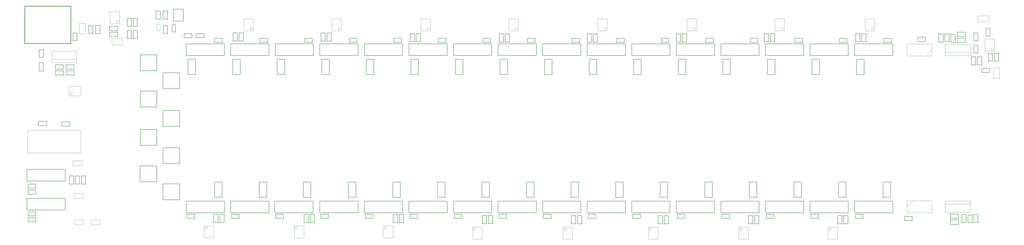
<source format=gbr>
G04*
G04 #@! TF.GenerationSoftware,Altium Limited,Altium Designer,24.1.2 (44)*
G04*
G04 Layer_Color=16711935*
%FSLAX25Y25*%
%MOIN*%
G70*
G04*
G04 #@! TF.SameCoordinates,29FF4F4E-3C6D-470F-9DA1-2895E510F6E9*
G04*
G04*
G04 #@! TF.FilePolarity,Positive*
G04*
G01*
G75*
%ADD12C,0.00394*%
%ADD14C,0.00787*%
%ADD15C,0.01000*%
D12*
X916929Y568504D02*
G03*
X916929Y568504I-1969J0D01*
G01*
X2157087Y346850D02*
G03*
X2157087Y346850I-1969J0D01*
G01*
X2422539Y641870D02*
G03*
X2422539Y641870I-1969J0D01*
G01*
X992520Y686614D02*
G03*
X992520Y686614I-1969J0D01*
G01*
X1211024Y674803D02*
G03*
X1211024Y674803I-1969J0D01*
G01*
X1354724D02*
G03*
X1354724Y674803I-1969J0D01*
G01*
X1500394D02*
G03*
X1500394Y674803I-1969J0D01*
G01*
X1644094D02*
G03*
X1644094Y674803I-1969J0D01*
G01*
X1935433D02*
G03*
X1935433Y674803I-1969J0D01*
G01*
X1789764D02*
G03*
X1789764Y674803I-1969J0D01*
G01*
X2079134D02*
G03*
X2079134Y674803I-1969J0D01*
G01*
X2226772D02*
G03*
X2226772Y674803I-1969J0D01*
G01*
X1137402Y348819D02*
G03*
X1137402Y348819I-1969J0D01*
G01*
X1285039D02*
G03*
X1285039Y348819I-1969J0D01*
G01*
X1430709D02*
G03*
X1430709Y348819I-1969J0D01*
G01*
X1576378Y346850D02*
G03*
X1576378Y346850I-1969J0D01*
G01*
X1724016D02*
G03*
X1724016Y346850I-1969J0D01*
G01*
X1863779D02*
G03*
X1863779Y346850I-1969J0D01*
G01*
X2011417D02*
G03*
X2011417Y346850I-1969J0D01*
G01*
X931102Y564961D02*
Y580709D01*
X911417Y564961D02*
Y580709D01*
X931102D01*
X911417Y564961D02*
X931102D01*
X919665Y397559D02*
X934665D01*
X919665D02*
Y405590D01*
X934665D01*
Y397559D02*
Y405590D01*
X917697Y450709D02*
X932697D01*
X917697D02*
Y458740D01*
X932697D01*
Y450709D02*
Y458740D01*
X919665Y362283D02*
X934665D01*
Y354252D02*
Y362283D01*
X919665Y354252D02*
X934665D01*
X919665D02*
Y362283D01*
X947224D02*
X962224D01*
Y354252D02*
Y362283D01*
X947224Y354252D02*
X962224D01*
X947224D02*
Y362283D01*
X2397008Y696063D02*
X2414016D01*
X2397008Y685827D02*
X2414016D01*
Y696063D01*
X2397008Y685827D02*
Y696063D01*
X2151575Y330709D02*
X2167323D01*
X2151575Y350394D02*
X2167323D01*
Y330709D02*
Y350394D01*
X2151575Y330709D02*
Y350394D01*
X883465Y624764D02*
X923622D01*
X883465Y619449D02*
Y637953D01*
X923622Y619449D02*
Y637953D01*
X883465Y619449D02*
X923622D01*
X883465Y637953D02*
X923622D01*
X2281083Y393386D02*
X2321594D01*
Y373898D02*
Y393386D01*
X2281083Y373898D02*
X2321594D01*
X2281083D02*
Y393386D01*
Y383386D02*
X2291083Y393386D01*
X2281083Y630236D02*
X2321594D01*
X2281083D02*
Y649724D01*
X2321594D01*
Y630236D02*
Y649724D01*
X2311595Y630236D02*
X2321594Y640236D01*
X938189Y666693D02*
Y683701D01*
X927953Y666693D02*
Y683701D01*
Y666693D02*
X938189D01*
X927953Y683701D02*
X938189D01*
X1054035Y671850D02*
Y682480D01*
X1060138Y671850D02*
Y682480D01*
X1054035Y671850D02*
X1060138D01*
X1054035Y682480D02*
X1060138D01*
X843583Y471654D02*
X930197D01*
X843583D02*
Y509055D01*
X930197D01*
Y471654D02*
Y509055D01*
X2408366Y658012D02*
X2424114D01*
X2408366Y638327D02*
X2424114D01*
X2408366D02*
Y658012D01*
X2424114Y638327D02*
Y658012D01*
X2343268Y393110D02*
X2385394D01*
X2343268Y374606D02*
X2385394D01*
X2343268D02*
Y393110D01*
X2385394Y374606D02*
Y393110D01*
X2343268Y387992D02*
X2385394D01*
X2422047Y593858D02*
Y610866D01*
X2432284Y593858D02*
Y610866D01*
X2422047D02*
X2432284D01*
X2422047Y593858D02*
X2432284D01*
X978347Y702756D02*
X994094D01*
X978347Y683071D02*
X994094D01*
X978347D02*
Y702756D01*
X994094Y683071D02*
Y702756D01*
X981653Y658661D02*
X998661D01*
X981653Y648425D02*
X998661D01*
Y658661D01*
X981653Y648425D02*
Y658661D01*
X2343268Y630512D02*
X2385394D01*
X2343268Y649016D02*
X2385394D01*
Y630512D02*
Y649016D01*
X2343268Y630512D02*
Y649016D01*
Y635630D02*
X2385394D01*
X1196850Y690945D02*
X1212598D01*
X1196850Y671260D02*
X1212598D01*
X1196850D02*
Y690945D01*
X1212598Y671260D02*
Y690945D01*
X1340551D02*
X1356299D01*
X1340551Y671260D02*
X1356299D01*
X1340551D02*
Y690945D01*
X1356299Y671260D02*
Y690945D01*
X1486220D02*
X1501968D01*
X1486220Y671260D02*
X1501968D01*
X1486220D02*
Y690945D01*
X1501968Y671260D02*
Y690945D01*
X1629921D02*
X1645669D01*
X1629921Y671260D02*
X1645669D01*
X1629921D02*
Y690945D01*
X1645669Y671260D02*
Y690945D01*
X1921260D02*
X1937008D01*
X1921260Y671260D02*
X1937008D01*
X1921260D02*
Y690945D01*
X1937008Y671260D02*
Y690945D01*
X1775591D02*
X1791339D01*
X1775591Y671260D02*
X1791339D01*
X1775591D02*
Y690945D01*
X1791339Y671260D02*
Y690945D01*
X2064961D02*
X2080709D01*
X2064961Y671260D02*
X2080709D01*
X2064961D02*
Y690945D01*
X2080709Y671260D02*
Y690945D01*
X2212598D02*
X2228346D01*
X2212598Y671260D02*
X2228346D01*
X2212598D02*
Y690945D01*
X2228346Y671260D02*
Y690945D01*
X1131890Y332677D02*
X1147638D01*
X1131890Y352362D02*
X1147638D01*
Y332677D02*
Y352362D01*
X1131890Y332677D02*
Y352362D01*
X1279527Y332677D02*
X1295276D01*
X1279527Y352362D02*
X1295276D01*
Y332677D02*
Y352362D01*
X1279527Y332677D02*
Y352362D01*
X1425197Y332677D02*
X1440945D01*
X1425197Y352362D02*
X1440945D01*
Y332677D02*
Y352362D01*
X1425197Y332677D02*
Y352362D01*
X1570866Y330709D02*
X1586614D01*
X1570866Y350394D02*
X1586614D01*
Y330709D02*
Y350394D01*
X1570866Y330709D02*
Y350394D01*
X1718504Y330709D02*
X1734252D01*
X1718504Y350394D02*
X1734252D01*
Y330709D02*
Y350394D01*
X1718504Y330709D02*
Y350394D01*
X1858268Y330709D02*
X1874016D01*
X1858268Y350394D02*
X1874016D01*
Y330709D02*
Y350394D01*
X1858268Y330709D02*
Y350394D01*
X2005906Y330709D02*
X2021654D01*
X2005906Y350394D02*
X2021654D01*
Y330709D02*
Y350394D01*
X2005906Y330709D02*
Y350394D01*
D14*
X1065079Y394921D02*
X1092244D01*
X1065079D02*
Y420905D01*
X1092244D01*
Y394921D02*
Y420905D01*
X1119291Y660039D02*
X1131890D01*
X1119291D02*
Y666732D01*
X1131890D01*
Y660039D02*
Y666732D01*
X1099606Y660039D02*
X1112205D01*
X1099606D02*
Y666732D01*
X1112205D01*
Y660039D02*
Y666732D01*
X913071Y515276D02*
Y522362D01*
X899685D02*
X913071D01*
X899685Y515276D02*
Y522362D01*
Y515276D02*
X913071D01*
X861417Y516142D02*
Y523228D01*
Y516142D02*
X874803D01*
Y523228D01*
X861417D02*
X874803D01*
X2403150Y602953D02*
Y609646D01*
Y602953D02*
X2415748D01*
Y609646D01*
X2403150D02*
X2415748D01*
X2390158Y370866D02*
X2397244D01*
X2390158Y357480D02*
Y370866D01*
Y357480D02*
X2397244D01*
Y370866D01*
X888976Y608661D02*
Y615748D01*
Y608661D02*
X902362D01*
Y615748D01*
X888976D02*
X902362D01*
X1065079Y576555D02*
X1092244D01*
X1065079D02*
Y602539D01*
X1092244D01*
Y576555D02*
Y602539D01*
X1027835Y546496D02*
X1055000D01*
X1027835D02*
Y572480D01*
X1055000D01*
Y546496D02*
Y572480D01*
X1065079Y515000D02*
X1092244D01*
X1065079D02*
Y540984D01*
X1092244D01*
Y515000D02*
Y540984D01*
X1027835Y484035D02*
X1055000D01*
X1027835D02*
Y510020D01*
X1055000D01*
Y484035D02*
Y510020D01*
X1065079Y453976D02*
X1092244D01*
X1065079D02*
Y479961D01*
X1092244D01*
Y453976D02*
Y479961D01*
X1027677Y424449D02*
X1054842D01*
X1027677D02*
Y450433D01*
X1054842D01*
Y424449D02*
Y450433D01*
X1027835Y606083D02*
X1055000D01*
X1027835D02*
Y632067D01*
X1055000D01*
Y606083D02*
Y632067D01*
X2168996Y423917D02*
X2181398D01*
X2168996Y398917D02*
Y423917D01*
Y398917D02*
X2181398D01*
Y423917D01*
X2122539Y373799D02*
X2185020D01*
Y392776D01*
X2122539D02*
X2185020D01*
X2122539Y373799D02*
Y392776D01*
X2124016Y364764D02*
Y371457D01*
Y364764D02*
X2136614D01*
Y371457D01*
X2124016D02*
X2136614D01*
X2241831Y423917D02*
X2254232D01*
X2241831Y398917D02*
Y423917D01*
Y398917D02*
X2254232D01*
Y423917D01*
X2195374Y373799D02*
X2257854D01*
Y392776D01*
X2195374D02*
X2257854D01*
X2195374Y373799D02*
Y392776D01*
X2196850Y364764D02*
Y371457D01*
Y364764D02*
X2209449D01*
Y371457D01*
X2196850D02*
X2209449D01*
X2177559Y368898D02*
X2184646D01*
X2177559Y355512D02*
Y368898D01*
Y355512D02*
X2184646D01*
Y368898D01*
X2167716D02*
X2174803D01*
X2167716Y355512D02*
Y368898D01*
Y355512D02*
X2174803D01*
Y368898D01*
X1659154Y424117D02*
X1671555D01*
X1659154Y399117D02*
Y424117D01*
Y399117D02*
X1671555D01*
Y424117D01*
X1614173Y364764D02*
Y371457D01*
Y364764D02*
X1626772D01*
Y371457D01*
X1614173D02*
X1626772D01*
X1612697Y373799D02*
X1675177D01*
Y392776D01*
X1612697D02*
X1675177D01*
X1612697Y373799D02*
Y392776D01*
X1539862Y373799D02*
X1602342D01*
Y392776D01*
X1539862D02*
X1602342D01*
X1539862Y373799D02*
Y392776D01*
X1586319Y423917D02*
X1598720D01*
X1586319Y398917D02*
Y423917D01*
Y398917D02*
X1598720D01*
Y423917D01*
X1541339Y364764D02*
Y371457D01*
Y364764D02*
X1553937D01*
Y371457D01*
X1541339D02*
X1553937D01*
X2049705Y649823D02*
X2112185D01*
X2049705Y630847D02*
Y649823D01*
Y630847D02*
X2112185D01*
Y649823D01*
X2195374D02*
X2257854D01*
X2195374Y630847D02*
Y649823D01*
Y630847D02*
X2257854D01*
Y649823D01*
X1976870Y373799D02*
X2039350D01*
Y392776D01*
X1976870D02*
X2039350D01*
X1976870Y373799D02*
Y392776D01*
X2049705Y373799D02*
X2112185D01*
Y392776D01*
X2049705D02*
X2112185D01*
X2049705Y373799D02*
Y392776D01*
X1831201Y373799D02*
X1893681D01*
Y392776D01*
X1831201D02*
X1893681D01*
X1831201Y373799D02*
Y392776D01*
X1904035Y373799D02*
X1966516D01*
Y392776D01*
X1904035D02*
X1966516D01*
X1904035Y373799D02*
Y392776D01*
X1685531Y373799D02*
X1748012D01*
Y392776D01*
X1685531D02*
X1748012D01*
X1685531Y373799D02*
Y392776D01*
X1758366Y373799D02*
X1820846D01*
Y392776D01*
X1758366D02*
X1820846D01*
X1758366Y373799D02*
Y392776D01*
X1394193Y373799D02*
X1456673D01*
Y392776D01*
X1394193D02*
X1456673D01*
X1394193Y373799D02*
Y392776D01*
X1467028Y373799D02*
X1529508D01*
Y392776D01*
X1467028D02*
X1529508D01*
X1467028Y373799D02*
Y392776D01*
X1247736Y373799D02*
X1310217D01*
Y392776D01*
X1247736D02*
X1310217D01*
X1247736Y373799D02*
Y392776D01*
X1321358Y373799D02*
X1383839D01*
Y392776D01*
X1321358D02*
X1383839D01*
X1321358Y373799D02*
Y392776D01*
X1102854Y373799D02*
X1165335D01*
Y392776D01*
X1102854D02*
X1165335D01*
X1102854Y373799D02*
Y392776D01*
X1175689Y373799D02*
X1238169D01*
Y392776D01*
X1175689D02*
X1238169D01*
X1175689Y373799D02*
Y392776D01*
X2122539Y649823D02*
X2185020D01*
X2122539Y630847D02*
Y649823D01*
Y630847D02*
X2185020D01*
Y649823D01*
X1976870D02*
X2039350D01*
X1976870Y630847D02*
Y649823D01*
Y630847D02*
X2039350D01*
Y649823D01*
X1758366D02*
X1820847D01*
X1758366Y630847D02*
Y649823D01*
Y630847D02*
X1820847D01*
Y649823D01*
X1685531D02*
X1748012D01*
X1685531Y630847D02*
Y649823D01*
Y630847D02*
X1748012D01*
Y649823D01*
X1904035D02*
X1966516D01*
X1904035Y630847D02*
Y649823D01*
Y630847D02*
X1966516D01*
Y649823D01*
X1831201D02*
X1893681D01*
X1831201Y630847D02*
Y649823D01*
Y630847D02*
X1893681D01*
Y649823D01*
X1612697D02*
X1675177D01*
X1612697Y630847D02*
Y649823D01*
Y630847D02*
X1675177D01*
Y649823D01*
X1539862D02*
X1602342D01*
X1539862Y630847D02*
Y649823D01*
Y630847D02*
X1602342D01*
Y649823D01*
X1467027D02*
X1529508D01*
X1467027Y630847D02*
Y649823D01*
Y630847D02*
X1529508D01*
Y649823D01*
X1394193D02*
X1456673D01*
X1394193Y630847D02*
Y649823D01*
Y630847D02*
X1456673D01*
Y649823D01*
X842776Y425551D02*
X905256D01*
Y444528D01*
X842776D02*
X905256D01*
X842776Y425551D02*
Y444528D01*
Y378307D02*
X905256D01*
Y397284D01*
X842776D02*
X905256D01*
X842776Y378307D02*
Y397284D01*
X1321358Y649823D02*
X1383839D01*
X1321358Y630847D02*
Y649823D01*
Y630847D02*
X1383839D01*
Y649823D01*
X1248524Y649823D02*
X1311004D01*
X1248524Y630847D02*
Y649823D01*
Y630847D02*
X1311004D01*
Y649823D01*
X1175689Y649823D02*
X1238169D01*
X1175689Y630847D02*
Y649823D01*
Y630847D02*
X1238169D01*
Y649823D01*
X1102854D02*
X1165335D01*
X1102854Y630847D02*
Y649823D01*
Y630847D02*
X1165335D01*
Y649823D01*
X888976Y598819D02*
Y605905D01*
Y598819D02*
X902362D01*
Y605905D01*
X888976D02*
X902362D01*
X920079Y598819D02*
Y605905D01*
X906693D02*
X920079D01*
X906693Y598819D02*
Y605905D01*
Y598819D02*
X920079D01*
Y608661D02*
Y615748D01*
X906693D02*
X920079D01*
X906693Y608661D02*
Y615748D01*
Y608661D02*
X920079D01*
X857087Y358858D02*
Y365551D01*
X844488D02*
X857087D01*
X844488Y358858D02*
Y365551D01*
Y358858D02*
X857087D01*
Y404134D02*
Y410827D01*
X844488D02*
X857087D01*
X844488Y404134D02*
Y410827D01*
Y404134D02*
X857087D01*
Y368701D02*
Y375394D01*
X844488D02*
X857087D01*
X844488Y368701D02*
Y375394D01*
Y368701D02*
X857087D01*
Y413976D02*
Y420669D01*
X844488D02*
X857087D01*
X844488Y413976D02*
Y420669D01*
Y413976D02*
X857087D01*
X931496Y420472D02*
X938583D01*
Y433858D01*
X931496D02*
X938583D01*
X931496Y420472D02*
Y433858D01*
X921653Y420472D02*
X928740D01*
Y433858D01*
X921653D02*
X928740D01*
X921653Y420472D02*
Y433858D01*
X911811Y420472D02*
X918898D01*
Y433858D01*
X911811D02*
X918898D01*
X911811Y420472D02*
Y433858D01*
X2277165Y360827D02*
Y367520D01*
Y360827D02*
X2289764D01*
Y367520D01*
X2277165D02*
X2289764D01*
X2298819Y654134D02*
Y660827D01*
Y654134D02*
X2311417D01*
Y660827D01*
X2298819D02*
X2311417D01*
X917913Y667717D02*
X924606D01*
X917913Y655118D02*
Y667717D01*
Y655118D02*
X924606D01*
Y667717D01*
X943504Y679528D02*
X950197D01*
X943504Y666929D02*
Y679528D01*
Y666929D02*
X950197D01*
Y679528D01*
X1053543Y690158D02*
X1060630D01*
Y703543D01*
X1053543D02*
X1060630D01*
X1053543Y690158D02*
Y703543D01*
X1065354Y690158D02*
X1072441D01*
Y703543D01*
X1065354D02*
X1072441D01*
X1065354Y690158D02*
Y703543D01*
X955118Y666535D02*
X962205D01*
Y679921D01*
X955118D02*
X962205D01*
X955118Y666535D02*
Y679921D01*
X1065551Y679528D02*
X1072244D01*
X1065551Y666929D02*
Y679528D01*
Y666929D02*
X1072244D01*
Y679528D01*
X1085433Y669213D02*
Y681181D01*
X1079921D02*
X1085433D01*
X1079921Y669213D02*
Y681181D01*
Y669213D02*
X1085433D01*
X1098386Y687008D02*
Y706693D01*
X1082716D02*
X1098386D01*
X1082716Y687008D02*
Y706693D01*
Y687008D02*
X1098386D01*
X2380512Y370079D02*
X2387205D01*
X2380512Y357480D02*
Y370079D01*
Y357480D02*
X2387205D01*
Y370079D01*
X2423819Y634252D02*
X2430512D01*
X2423819Y621654D02*
Y634252D01*
Y621654D02*
X2430512D01*
Y634252D01*
X2351969Y354724D02*
Y361811D01*
Y354724D02*
X2365354D01*
Y361811D01*
X2351969D02*
X2365354D01*
X2351969Y364567D02*
Y371654D01*
Y364567D02*
X2365354D01*
Y371654D01*
X2351969D02*
X2365354D01*
X2370472Y370866D02*
X2377559D01*
X2370472Y357480D02*
Y370866D01*
Y357480D02*
X2377559D01*
Y370866D01*
X2413976Y621654D02*
X2420669D01*
Y634252D01*
X2413976D02*
X2420669D01*
X2413976Y621654D02*
Y634252D01*
X1006496Y671654D02*
X1013189D01*
X1006496Y659055D02*
Y671654D01*
Y659055D02*
X1013189D01*
Y671654D01*
X2386221Y628740D02*
X2393307D01*
X2386221Y615354D02*
Y628740D01*
Y615354D02*
X2393307D01*
Y628740D01*
X2396063D02*
X2403150D01*
X2396063Y615354D02*
Y628740D01*
Y615354D02*
X2403150D01*
Y628740D01*
X1016142Y658661D02*
X1023228D01*
Y672047D01*
X1016142D02*
X1023228D01*
X1016142Y658661D02*
Y672047D01*
X977559Y671654D02*
Y678740D01*
Y671654D02*
X990945D01*
Y678740D01*
X977559D02*
X990945D01*
X977559Y661811D02*
Y668898D01*
Y661811D02*
X990945D01*
Y668898D01*
X977559D02*
X990945D01*
X1006496Y691339D02*
X1013189D01*
X1006496Y678740D02*
Y691339D01*
Y678740D02*
X1013189D01*
Y691339D01*
X1016339Y678740D02*
X1023032D01*
Y691339D01*
X1016339D02*
X1023032D01*
X1016339Y678740D02*
Y691339D01*
X2333071Y652756D02*
X2340158D01*
Y666142D01*
X2333071D02*
X2340158D01*
X2333071Y652756D02*
Y666142D01*
X862598Y627165D02*
X869685D01*
Y640551D01*
X862598D02*
X869685D01*
X862598Y627165D02*
Y640551D01*
X2343110Y653543D02*
X2349803D01*
Y666142D01*
X2343110D02*
X2349803D01*
X2343110Y653543D02*
Y666142D01*
X2410039Y662598D02*
X2416732D01*
Y675197D01*
X2410039D02*
X2416732D01*
X2410039Y662598D02*
Y675197D01*
X2376772Y661811D02*
Y668898D01*
X2363386D02*
X2376772D01*
X2363386Y661811D02*
Y668898D01*
Y661811D02*
X2376772D01*
Y651968D02*
Y659055D01*
X2363386D02*
X2376772D01*
X2363386Y651968D02*
Y659055D01*
Y651968D02*
X2376772D01*
X862598Y618898D02*
X869685D01*
X862598Y605512D02*
Y618898D01*
Y605512D02*
X869685D01*
Y618898D01*
X2352756Y652362D02*
X2359842D01*
Y665748D01*
X2352756D02*
X2359842D01*
X2352756Y652362D02*
Y665748D01*
X2390354Y648032D02*
X2397047D01*
X2390354Y635433D02*
Y648032D01*
Y635433D02*
X2397047D01*
Y648032D01*
X2390354Y667717D02*
X2397047D01*
X2390354Y655118D02*
Y667717D01*
Y655118D02*
X2397047D01*
Y667717D01*
X1161811Y652165D02*
Y658858D01*
X1149213D02*
X1161811D01*
X1149213Y652165D02*
Y658858D01*
Y652165D02*
X1161811D01*
X1236220D02*
Y658858D01*
X1223622D02*
X1236220D01*
X1223622Y652165D02*
Y658858D01*
Y652165D02*
X1236220D01*
X1189370Y654724D02*
X1196457D01*
Y668110D01*
X1189370D02*
X1196457D01*
X1189370Y654724D02*
Y668110D01*
X1179528Y654724D02*
X1186614D01*
Y668110D01*
X1179528D02*
X1186614D01*
X1179528Y654724D02*
Y668110D01*
X1309055Y652165D02*
Y658858D01*
X1296457D02*
X1309055D01*
X1296457Y652165D02*
Y658858D01*
Y652165D02*
X1309055D01*
X1381890Y652165D02*
Y658858D01*
X1369291D02*
X1381890D01*
X1369291Y652165D02*
Y658858D01*
Y652165D02*
X1381890D01*
X1333071Y654331D02*
X1340158D01*
Y667717D01*
X1333071D02*
X1340158D01*
X1333071Y654331D02*
Y667717D01*
X1323228Y654331D02*
X1330315D01*
Y667717D01*
X1323228D02*
X1330315D01*
X1323228Y654331D02*
Y667717D01*
X1106004Y599705D02*
X1118406D01*
Y624705D01*
X1106004D02*
X1118406D01*
X1106004Y599705D02*
Y624705D01*
X1178839Y599705D02*
X1191240D01*
Y624705D01*
X1178839D02*
X1191240D01*
X1178839Y599705D02*
Y624705D01*
X1251673Y599705D02*
X1264075D01*
Y624705D01*
X1251673D02*
X1264075D01*
X1251673Y599705D02*
Y624705D01*
X1324508Y599705D02*
X1336909D01*
Y624705D01*
X1324508D02*
X1336909D01*
X1324508Y599705D02*
Y624705D01*
X1454724Y652165D02*
Y658858D01*
X1442126D02*
X1454724D01*
X1442126Y652165D02*
Y658858D01*
Y652165D02*
X1454724D01*
X1527559D02*
Y658858D01*
X1514961D02*
X1527559D01*
X1514961Y652165D02*
Y658858D01*
Y652165D02*
X1527559D01*
X1478740Y653150D02*
X1485827D01*
Y666535D01*
X1478740D02*
X1485827D01*
X1478740Y653150D02*
Y666535D01*
X1468898Y653150D02*
X1475984D01*
Y666535D01*
X1468898D02*
X1475984D01*
X1468898Y653150D02*
Y666535D01*
X1600394Y652165D02*
Y658858D01*
X1587795D02*
X1600394D01*
X1587795Y652165D02*
Y658858D01*
Y652165D02*
X1600394D01*
X1673228D02*
Y658858D01*
X1660630D02*
X1673228D01*
X1660630Y652165D02*
Y658858D01*
Y652165D02*
X1673228D01*
X1614567Y652756D02*
X1621654D01*
Y666142D01*
X1614567D02*
X1621654D01*
X1614567Y652756D02*
Y666142D01*
X1624409Y652756D02*
X1631496D01*
Y666142D01*
X1624409D02*
X1631496D01*
X1624409Y652756D02*
Y666142D01*
X1397342Y599705D02*
X1409744D01*
Y624705D01*
X1397342D02*
X1409744D01*
X1397342Y599705D02*
Y624705D01*
X1470177Y599705D02*
X1482579D01*
Y624705D01*
X1470177D02*
X1482579D01*
X1470177Y599705D02*
Y624705D01*
X1543012Y599705D02*
X1555413D01*
Y624705D01*
X1543012D02*
X1555413D01*
X1543012Y599705D02*
Y624705D01*
X1615846Y599705D02*
X1628248D01*
Y624705D01*
X1615846D02*
X1628248D01*
X1615846Y599705D02*
Y624705D01*
X1891732Y652165D02*
Y658858D01*
X1879134D02*
X1891732D01*
X1879134Y652165D02*
Y658858D01*
Y652165D02*
X1891732D01*
X1964567D02*
Y658858D01*
X1951969D02*
X1964567D01*
X1951969Y652165D02*
Y658858D01*
Y652165D02*
X1964567D01*
X1913779Y652756D02*
X1920866D01*
Y666142D01*
X1913779D02*
X1920866D01*
X1913779Y652756D02*
Y666142D01*
X1903937Y652756D02*
X1911024D01*
Y666142D01*
X1903937D02*
X1911024D01*
X1903937Y652756D02*
Y666142D01*
X1746063Y652165D02*
Y658858D01*
X1733465D02*
X1746063D01*
X1733465Y652165D02*
Y658858D01*
Y652165D02*
X1746063D01*
X1818898D02*
Y658858D01*
X1806299D02*
X1818898D01*
X1806299Y652165D02*
Y658858D01*
Y652165D02*
X1818898D01*
X1768110Y652756D02*
X1775197D01*
Y666142D01*
X1768110D02*
X1775197D01*
X1768110Y652756D02*
Y666142D01*
X1758268Y652756D02*
X1765354D01*
Y666142D01*
X1758268D02*
X1765354D01*
X1758268Y652756D02*
Y666142D01*
X1834350Y599705D02*
X1846752D01*
Y624705D01*
X1834350D02*
X1846752D01*
X1834350Y599705D02*
Y624705D01*
X1907185Y599705D02*
X1919587D01*
Y624705D01*
X1907185D02*
X1919587D01*
X1907185Y599705D02*
Y624705D01*
X1688681Y599705D02*
X1701083D01*
Y624705D01*
X1688681D02*
X1701083D01*
X1688681Y599705D02*
Y624705D01*
X1761516Y599705D02*
X1773917D01*
Y624705D01*
X1761516D02*
X1773917D01*
X1761516Y599705D02*
Y624705D01*
X2037402Y652165D02*
Y658858D01*
X2024803D02*
X2037402D01*
X2024803Y652165D02*
Y658858D01*
Y652165D02*
X2037402D01*
X2110236D02*
Y658858D01*
X2097638D02*
X2110236D01*
X2097638Y652165D02*
Y658858D01*
Y652165D02*
X2110236D01*
X2057480Y653150D02*
X2064567D01*
Y666535D01*
X2057480D02*
X2064567D01*
X2057480Y653150D02*
Y666535D01*
X2047638Y653150D02*
X2054724D01*
Y666535D01*
X2047638D02*
X2054724D01*
X2047638Y653150D02*
Y666535D01*
X2183071Y652165D02*
Y658858D01*
X2170473D02*
X2183071D01*
X2170473Y652165D02*
Y658858D01*
Y652165D02*
X2183071D01*
X2255906D02*
Y658858D01*
X2243307D02*
X2255906D01*
X2243307Y652165D02*
Y658858D01*
Y652165D02*
X2255906D01*
X2207087Y653150D02*
X2214173D01*
Y666535D01*
X2207087D02*
X2214173D01*
X2207087Y653150D02*
Y666535D01*
X2197244Y653150D02*
X2204331D01*
Y666535D01*
X2197244D02*
X2204331D01*
X2197244Y653150D02*
Y666535D01*
X1980020Y599705D02*
X1992421D01*
Y624705D01*
X1980020D02*
X1992421D01*
X1980020Y599705D02*
Y624705D01*
X2052854Y599705D02*
X2065256D01*
Y624705D01*
X2052854D02*
X2065256D01*
X2052854Y599705D02*
Y624705D01*
X2125689Y599705D02*
X2138091D01*
Y624705D01*
X2125689D02*
X2138091D01*
X2125689Y599705D02*
Y624705D01*
X2198524Y599705D02*
X2210925D01*
Y624705D01*
X2198524D02*
X2210925D01*
X2198524Y599705D02*
Y624705D01*
X1177165Y364764D02*
Y371457D01*
Y364764D02*
X1189764D01*
Y371457D01*
X1177165D02*
X1189764D01*
X1104331Y364764D02*
Y371457D01*
Y364764D02*
X1116929D01*
Y371457D01*
X1104331D02*
X1116929D01*
X1157874Y370866D02*
X1164961D01*
X1157874Y357480D02*
Y370866D01*
Y357480D02*
X1164961D01*
Y370866D01*
X1148032D02*
X1155118D01*
X1148032Y357480D02*
Y370866D01*
Y357480D02*
X1155118D01*
Y370866D01*
X1322835Y364764D02*
Y371457D01*
Y364764D02*
X1335433D01*
Y371457D01*
X1322835D02*
X1335433D01*
X1249213Y364764D02*
Y371457D01*
Y364764D02*
X1261811D01*
Y371457D01*
X1249213D02*
X1261811D01*
X1295669Y370866D02*
X1302756D01*
X1295669Y357480D02*
Y370866D01*
Y357480D02*
X1302756D01*
Y370866D01*
X1305512D02*
X1312598D01*
X1305512Y357480D02*
Y370866D01*
Y357480D02*
X1312598D01*
Y370866D01*
X1222146Y423917D02*
X1234547D01*
X1222146Y398917D02*
Y423917D01*
Y398917D02*
X1234547D01*
Y423917D01*
X1149311D02*
X1161713D01*
X1149311Y398917D02*
Y423917D01*
Y398917D02*
X1161713D01*
Y423917D01*
X1367815D02*
X1380217D01*
X1367815Y398917D02*
Y423917D01*
Y398917D02*
X1380217D01*
Y423917D01*
X1294193Y423917D02*
X1306594D01*
X1294193Y398917D02*
Y423917D01*
Y398917D02*
X1306594D01*
Y423917D01*
X1468504Y364764D02*
Y371457D01*
Y364764D02*
X1481102D01*
Y371457D01*
X1468504D02*
X1481102D01*
X1395669Y364764D02*
Y371457D01*
Y364764D02*
X1408268D01*
Y371457D01*
X1395669D02*
X1408268D01*
X1451181Y370866D02*
X1458268D01*
X1451181Y357480D02*
Y370866D01*
Y357480D02*
X1458268D01*
Y370866D01*
X1441339D02*
X1448425D01*
X1441339Y357480D02*
Y370866D01*
Y357480D02*
X1448425D01*
Y370866D01*
X1587008Y369291D02*
X1594094D01*
X1587008Y355906D02*
Y369291D01*
Y355906D02*
X1594094D01*
Y369291D01*
X1596850D02*
X1603937D01*
X1596850Y355906D02*
Y369291D01*
Y355906D02*
X1603937D01*
Y369291D01*
X1513484Y423917D02*
X1525886D01*
X1513484Y398917D02*
Y423917D01*
Y398917D02*
X1525886D01*
Y423917D01*
X1440650D02*
X1453051D01*
X1440650Y398917D02*
Y423917D01*
Y398917D02*
X1453051D01*
Y423917D01*
X1759842Y364764D02*
Y371457D01*
Y364764D02*
X1772441D01*
Y371457D01*
X1759842D02*
X1772441D01*
X1687008Y364764D02*
Y371457D01*
Y364764D02*
X1699606D01*
Y371457D01*
X1687008D02*
X1699606D01*
X1732677Y368898D02*
X1739764D01*
X1732677Y355512D02*
Y368898D01*
Y355512D02*
X1739764D01*
Y368898D01*
X1742520D02*
X1749606D01*
X1742520Y355512D02*
Y368898D01*
Y355512D02*
X1749606D01*
Y368898D01*
X1905512Y364764D02*
Y371457D01*
Y364764D02*
X1918110D01*
Y371457D01*
X1905512D02*
X1918110D01*
X1832677Y364764D02*
Y371457D01*
Y364764D02*
X1845276D01*
Y371457D01*
X1832677D02*
X1845276D01*
X1874409Y368898D02*
X1881496D01*
X1874409Y355512D02*
Y368898D01*
Y355512D02*
X1881496D01*
Y368898D01*
X1884252D02*
X1891339D01*
X1884252Y355512D02*
Y368898D01*
Y355512D02*
X1891339D01*
Y368898D01*
X1804823Y423917D02*
X1817224D01*
X1804823Y398917D02*
Y423917D01*
Y398917D02*
X1817224D01*
Y423917D01*
X1731988D02*
X1744390D01*
X1731988Y398917D02*
Y423917D01*
Y398917D02*
X1744390D01*
Y423917D01*
X1950492D02*
X1962894D01*
X1950492Y398917D02*
Y423917D01*
Y398917D02*
X1962894D01*
Y423917D01*
X1877658D02*
X1890059D01*
X1877658Y398917D02*
Y423917D01*
Y398917D02*
X1890059D01*
Y423917D01*
X2051181Y364764D02*
Y371457D01*
Y364764D02*
X2063779D01*
Y371457D01*
X2051181D02*
X2063779D01*
X1978346Y364764D02*
Y371457D01*
Y364764D02*
X1990945D01*
Y371457D01*
X1978346D02*
X1990945D01*
X2022047Y368898D02*
X2029134D01*
X2022047Y355512D02*
Y368898D01*
Y355512D02*
X2029134D01*
Y368898D01*
X2031890D02*
X2038976D01*
X2031890Y355512D02*
Y368898D01*
Y355512D02*
X2038976D01*
Y368898D01*
X2096161Y423917D02*
X2108563D01*
X2096161Y398917D02*
Y423917D01*
Y398917D02*
X2108563D01*
Y423917D01*
X2023327D02*
X2035728D01*
X2023327Y398917D02*
Y423917D01*
Y398917D02*
X2035728D01*
Y423917D01*
D15*
X838976Y711614D02*
X914173D01*
Y650591D02*
Y711614D01*
X838976Y650591D02*
X914173D01*
X838976D02*
Y711614D01*
M02*

</source>
